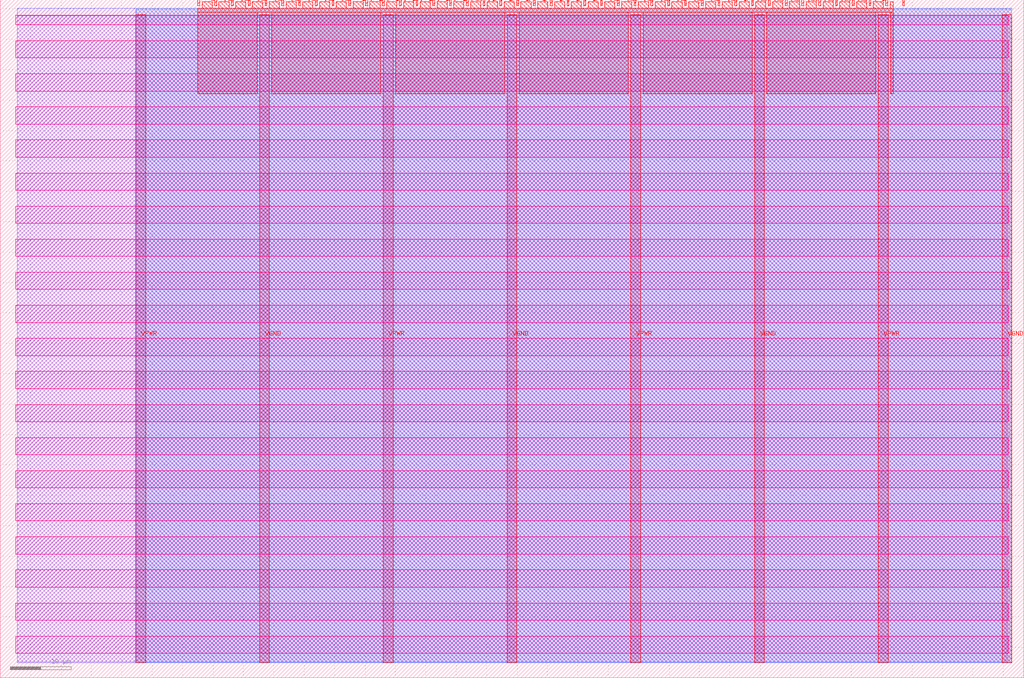
<source format=lef>
VERSION 5.7 ;
  NOWIREEXTENSIONATPIN ON ;
  DIVIDERCHAR "/" ;
  BUSBITCHARS "[]" ;
MACRO tt_um_hls_lfi_dup
  CLASS BLOCK ;
  FOREIGN tt_um_hls_lfi_dup ;
  ORIGIN 0.000 0.000 ;
  SIZE 168.360 BY 111.520 ;
  PIN VGND
    DIRECTION INOUT ;
    USE GROUND ;
    PORT
      LAYER met4 ;
        RECT 42.670 2.480 44.270 109.040 ;
    END
    PORT
      LAYER met4 ;
        RECT 83.380 2.480 84.980 109.040 ;
    END
    PORT
      LAYER met4 ;
        RECT 124.090 2.480 125.690 109.040 ;
    END
    PORT
      LAYER met4 ;
        RECT 164.800 2.480 166.400 109.040 ;
    END
  END VGND
  PIN VPWR
    DIRECTION INOUT ;
    USE POWER ;
    PORT
      LAYER met4 ;
        RECT 22.315 2.480 23.915 109.040 ;
    END
    PORT
      LAYER met4 ;
        RECT 63.025 2.480 64.625 109.040 ;
    END
    PORT
      LAYER met4 ;
        RECT 103.735 2.480 105.335 109.040 ;
    END
    PORT
      LAYER met4 ;
        RECT 144.445 2.480 146.045 109.040 ;
    END
  END VPWR
  PIN clk
    DIRECTION INPUT ;
    USE SIGNAL ;
    ANTENNAGATEAREA 0.852000 ;
    PORT
      LAYER met4 ;
        RECT 145.670 110.520 145.970 111.520 ;
    END
  END clk
  PIN ena
    DIRECTION INPUT ;
    USE SIGNAL ;
    PORT
      LAYER met4 ;
        RECT 148.430 110.520 148.730 111.520 ;
    END
  END ena
  PIN rst_n
    DIRECTION INPUT ;
    USE SIGNAL ;
    ANTENNAGATEAREA 0.213000 ;
    PORT
      LAYER met4 ;
        RECT 142.910 110.520 143.210 111.520 ;
    END
  END rst_n
  PIN ui_in[0]
    DIRECTION INPUT ;
    USE SIGNAL ;
    ANTENNAGATEAREA 0.196500 ;
    PORT
      LAYER met4 ;
        RECT 140.150 110.520 140.450 111.520 ;
    END
  END ui_in[0]
  PIN ui_in[1]
    DIRECTION INPUT ;
    USE SIGNAL ;
    ANTENNAGATEAREA 0.196500 ;
    PORT
      LAYER met4 ;
        RECT 137.390 110.520 137.690 111.520 ;
    END
  END ui_in[1]
  PIN ui_in[2]
    DIRECTION INPUT ;
    USE SIGNAL ;
    ANTENNAGATEAREA 0.196500 ;
    PORT
      LAYER met4 ;
        RECT 134.630 110.520 134.930 111.520 ;
    END
  END ui_in[2]
  PIN ui_in[3]
    DIRECTION INPUT ;
    USE SIGNAL ;
    ANTENNAGATEAREA 0.196500 ;
    PORT
      LAYER met4 ;
        RECT 131.870 110.520 132.170 111.520 ;
    END
  END ui_in[3]
  PIN ui_in[4]
    DIRECTION INPUT ;
    USE SIGNAL ;
    ANTENNAGATEAREA 0.196500 ;
    PORT
      LAYER met4 ;
        RECT 129.110 110.520 129.410 111.520 ;
    END
  END ui_in[4]
  PIN ui_in[5]
    DIRECTION INPUT ;
    USE SIGNAL ;
    ANTENNAGATEAREA 0.196500 ;
    PORT
      LAYER met4 ;
        RECT 126.350 110.520 126.650 111.520 ;
    END
  END ui_in[5]
  PIN ui_in[6]
    DIRECTION INPUT ;
    USE SIGNAL ;
    ANTENNAGATEAREA 0.196500 ;
    PORT
      LAYER met4 ;
        RECT 123.590 110.520 123.890 111.520 ;
    END
  END ui_in[6]
  PIN ui_in[7]
    DIRECTION INPUT ;
    USE SIGNAL ;
    ANTENNAGATEAREA 0.196500 ;
    PORT
      LAYER met4 ;
        RECT 120.830 110.520 121.130 111.520 ;
    END
  END ui_in[7]
  PIN uio_in[0]
    DIRECTION INPUT ;
    USE SIGNAL ;
    PORT
      LAYER met4 ;
        RECT 118.070 110.520 118.370 111.520 ;
    END
  END uio_in[0]
  PIN uio_in[1]
    DIRECTION INPUT ;
    USE SIGNAL ;
    PORT
      LAYER met4 ;
        RECT 115.310 110.520 115.610 111.520 ;
    END
  END uio_in[1]
  PIN uio_in[2]
    DIRECTION INPUT ;
    USE SIGNAL ;
    PORT
      LAYER met4 ;
        RECT 112.550 110.520 112.850 111.520 ;
    END
  END uio_in[2]
  PIN uio_in[3]
    DIRECTION INPUT ;
    USE SIGNAL ;
    PORT
      LAYER met4 ;
        RECT 109.790 110.520 110.090 111.520 ;
    END
  END uio_in[3]
  PIN uio_in[4]
    DIRECTION INPUT ;
    USE SIGNAL ;
    PORT
      LAYER met4 ;
        RECT 107.030 110.520 107.330 111.520 ;
    END
  END uio_in[4]
  PIN uio_in[5]
    DIRECTION INPUT ;
    USE SIGNAL ;
    PORT
      LAYER met4 ;
        RECT 104.270 110.520 104.570 111.520 ;
    END
  END uio_in[5]
  PIN uio_in[6]
    DIRECTION INPUT ;
    USE SIGNAL ;
    PORT
      LAYER met4 ;
        RECT 101.510 110.520 101.810 111.520 ;
    END
  END uio_in[6]
  PIN uio_in[7]
    DIRECTION INPUT ;
    USE SIGNAL ;
    PORT
      LAYER met4 ;
        RECT 98.750 110.520 99.050 111.520 ;
    END
  END uio_in[7]
  PIN uio_oe[0]
    DIRECTION OUTPUT TRISTATE ;
    USE SIGNAL ;
    PORT
      LAYER met4 ;
        RECT 51.830 110.520 52.130 111.520 ;
    END
  END uio_oe[0]
  PIN uio_oe[1]
    DIRECTION OUTPUT TRISTATE ;
    USE SIGNAL ;
    PORT
      LAYER met4 ;
        RECT 49.070 110.520 49.370 111.520 ;
    END
  END uio_oe[1]
  PIN uio_oe[2]
    DIRECTION OUTPUT TRISTATE ;
    USE SIGNAL ;
    PORT
      LAYER met4 ;
        RECT 46.310 110.520 46.610 111.520 ;
    END
  END uio_oe[2]
  PIN uio_oe[3]
    DIRECTION OUTPUT TRISTATE ;
    USE SIGNAL ;
    PORT
      LAYER met4 ;
        RECT 43.550 110.520 43.850 111.520 ;
    END
  END uio_oe[3]
  PIN uio_oe[4]
    DIRECTION OUTPUT TRISTATE ;
    USE SIGNAL ;
    PORT
      LAYER met4 ;
        RECT 40.790 110.520 41.090 111.520 ;
    END
  END uio_oe[4]
  PIN uio_oe[5]
    DIRECTION OUTPUT TRISTATE ;
    USE SIGNAL ;
    PORT
      LAYER met4 ;
        RECT 38.030 110.520 38.330 111.520 ;
    END
  END uio_oe[5]
  PIN uio_oe[6]
    DIRECTION OUTPUT TRISTATE ;
    USE SIGNAL ;
    PORT
      LAYER met4 ;
        RECT 35.270 110.520 35.570 111.520 ;
    END
  END uio_oe[6]
  PIN uio_oe[7]
    DIRECTION OUTPUT TRISTATE ;
    USE SIGNAL ;
    PORT
      LAYER met4 ;
        RECT 32.510 110.520 32.810 111.520 ;
    END
  END uio_oe[7]
  PIN uio_out[0]
    DIRECTION OUTPUT TRISTATE ;
    USE SIGNAL ;
    PORT
      LAYER met4 ;
        RECT 73.910 110.520 74.210 111.520 ;
    END
  END uio_out[0]
  PIN uio_out[1]
    DIRECTION OUTPUT TRISTATE ;
    USE SIGNAL ;
    PORT
      LAYER met4 ;
        RECT 71.150 110.520 71.450 111.520 ;
    END
  END uio_out[1]
  PIN uio_out[2]
    DIRECTION OUTPUT TRISTATE ;
    USE SIGNAL ;
    PORT
      LAYER met4 ;
        RECT 68.390 110.520 68.690 111.520 ;
    END
  END uio_out[2]
  PIN uio_out[3]
    DIRECTION OUTPUT TRISTATE ;
    USE SIGNAL ;
    PORT
      LAYER met4 ;
        RECT 65.630 110.520 65.930 111.520 ;
    END
  END uio_out[3]
  PIN uio_out[4]
    DIRECTION OUTPUT TRISTATE ;
    USE SIGNAL ;
    PORT
      LAYER met4 ;
        RECT 62.870 110.520 63.170 111.520 ;
    END
  END uio_out[4]
  PIN uio_out[5]
    DIRECTION OUTPUT TRISTATE ;
    USE SIGNAL ;
    PORT
      LAYER met4 ;
        RECT 60.110 110.520 60.410 111.520 ;
    END
  END uio_out[5]
  PIN uio_out[6]
    DIRECTION OUTPUT TRISTATE ;
    USE SIGNAL ;
    PORT
      LAYER met4 ;
        RECT 57.350 110.520 57.650 111.520 ;
    END
  END uio_out[6]
  PIN uio_out[7]
    DIRECTION OUTPUT TRISTATE ;
    USE SIGNAL ;
    ANTENNADIFFAREA 0.795200 ;
    PORT
      LAYER met4 ;
        RECT 54.590 110.520 54.890 111.520 ;
    END
  END uio_out[7]
  PIN uo_out[0]
    DIRECTION OUTPUT TRISTATE ;
    USE SIGNAL ;
    ANTENNAGATEAREA 0.126000 ;
    ANTENNADIFFAREA 0.795200 ;
    PORT
      LAYER met4 ;
        RECT 95.990 110.520 96.290 111.520 ;
    END
  END uo_out[0]
  PIN uo_out[1]
    DIRECTION OUTPUT TRISTATE ;
    USE SIGNAL ;
    ANTENNADIFFAREA 0.445500 ;
    PORT
      LAYER met4 ;
        RECT 93.230 110.520 93.530 111.520 ;
    END
  END uo_out[1]
  PIN uo_out[2]
    DIRECTION OUTPUT TRISTATE ;
    USE SIGNAL ;
    ANTENNADIFFAREA 0.445500 ;
    PORT
      LAYER met4 ;
        RECT 90.470 110.520 90.770 111.520 ;
    END
  END uo_out[2]
  PIN uo_out[3]
    DIRECTION OUTPUT TRISTATE ;
    USE SIGNAL ;
    ANTENNADIFFAREA 0.795200 ;
    PORT
      LAYER met4 ;
        RECT 87.710 110.520 88.010 111.520 ;
    END
  END uo_out[3]
  PIN uo_out[4]
    DIRECTION OUTPUT TRISTATE ;
    USE SIGNAL ;
    ANTENNAGATEAREA 0.126000 ;
    ANTENNADIFFAREA 1.288000 ;
    PORT
      LAYER met4 ;
        RECT 84.950 110.520 85.250 111.520 ;
    END
  END uo_out[4]
  PIN uo_out[5]
    DIRECTION OUTPUT TRISTATE ;
    USE SIGNAL ;
    ANTENNAGATEAREA 0.126000 ;
    ANTENNADIFFAREA 0.891000 ;
    PORT
      LAYER met4 ;
        RECT 82.190 110.520 82.490 111.520 ;
    END
  END uo_out[5]
  PIN uo_out[6]
    DIRECTION OUTPUT TRISTATE ;
    USE SIGNAL ;
    ANTENNADIFFAREA 0.445500 ;
    PORT
      LAYER met4 ;
        RECT 79.430 110.520 79.730 111.520 ;
    END
  END uo_out[6]
  PIN uo_out[7]
    DIRECTION OUTPUT TRISTATE ;
    USE SIGNAL ;
    ANTENNADIFFAREA 0.795200 ;
    PORT
      LAYER met4 ;
        RECT 76.670 110.520 76.970 111.520 ;
    END
  END uo_out[7]
  OBS
      LAYER nwell ;
        RECT 2.570 107.385 165.790 108.990 ;
        RECT 2.570 101.945 165.790 104.775 ;
        RECT 2.570 96.505 165.790 99.335 ;
        RECT 2.570 91.065 165.790 93.895 ;
        RECT 2.570 85.625 165.790 88.455 ;
        RECT 2.570 80.185 165.790 83.015 ;
        RECT 2.570 74.745 165.790 77.575 ;
        RECT 2.570 69.305 165.790 72.135 ;
        RECT 2.570 63.865 165.790 66.695 ;
        RECT 2.570 58.425 165.790 61.255 ;
        RECT 2.570 52.985 165.790 55.815 ;
        RECT 2.570 47.545 165.790 50.375 ;
        RECT 2.570 42.105 165.790 44.935 ;
        RECT 2.570 36.665 165.790 39.495 ;
        RECT 2.570 31.225 165.790 34.055 ;
        RECT 2.570 25.785 165.790 28.615 ;
        RECT 2.570 20.345 165.790 23.175 ;
        RECT 2.570 14.905 165.790 17.735 ;
        RECT 2.570 9.465 165.790 12.295 ;
        RECT 2.570 4.025 165.790 6.855 ;
      LAYER li1 ;
        RECT 2.760 2.635 165.600 108.885 ;
      LAYER met1 ;
        RECT 2.760 2.480 166.400 110.120 ;
      LAYER met2 ;
        RECT 22.345 2.535 166.370 110.150 ;
      LAYER met3 ;
        RECT 22.325 2.555 166.390 109.985 ;
      LAYER met4 ;
        RECT 33.210 110.120 34.870 111.170 ;
        RECT 35.970 110.120 37.630 111.170 ;
        RECT 38.730 110.120 40.390 111.170 ;
        RECT 41.490 110.120 43.150 111.170 ;
        RECT 44.250 110.120 45.910 111.170 ;
        RECT 47.010 110.120 48.670 111.170 ;
        RECT 49.770 110.120 51.430 111.170 ;
        RECT 52.530 110.120 54.190 111.170 ;
        RECT 55.290 110.120 56.950 111.170 ;
        RECT 58.050 110.120 59.710 111.170 ;
        RECT 60.810 110.120 62.470 111.170 ;
        RECT 63.570 110.120 65.230 111.170 ;
        RECT 66.330 110.120 67.990 111.170 ;
        RECT 69.090 110.120 70.750 111.170 ;
        RECT 71.850 110.120 73.510 111.170 ;
        RECT 74.610 110.120 76.270 111.170 ;
        RECT 77.370 110.120 79.030 111.170 ;
        RECT 80.130 110.120 81.790 111.170 ;
        RECT 82.890 110.120 84.550 111.170 ;
        RECT 85.650 110.120 87.310 111.170 ;
        RECT 88.410 110.120 90.070 111.170 ;
        RECT 91.170 110.120 92.830 111.170 ;
        RECT 93.930 110.120 95.590 111.170 ;
        RECT 96.690 110.120 98.350 111.170 ;
        RECT 99.450 110.120 101.110 111.170 ;
        RECT 102.210 110.120 103.870 111.170 ;
        RECT 104.970 110.120 106.630 111.170 ;
        RECT 107.730 110.120 109.390 111.170 ;
        RECT 110.490 110.120 112.150 111.170 ;
        RECT 113.250 110.120 114.910 111.170 ;
        RECT 116.010 110.120 117.670 111.170 ;
        RECT 118.770 110.120 120.430 111.170 ;
        RECT 121.530 110.120 123.190 111.170 ;
        RECT 124.290 110.120 125.950 111.170 ;
        RECT 127.050 110.120 128.710 111.170 ;
        RECT 129.810 110.120 131.470 111.170 ;
        RECT 132.570 110.120 134.230 111.170 ;
        RECT 135.330 110.120 136.990 111.170 ;
        RECT 138.090 110.120 139.750 111.170 ;
        RECT 140.850 110.120 142.510 111.170 ;
        RECT 143.610 110.120 145.270 111.170 ;
        RECT 146.370 110.120 146.905 111.170 ;
        RECT 32.495 109.440 146.905 110.120 ;
        RECT 32.495 96.055 42.270 109.440 ;
        RECT 44.670 96.055 62.625 109.440 ;
        RECT 65.025 96.055 82.980 109.440 ;
        RECT 85.380 96.055 103.335 109.440 ;
        RECT 105.735 96.055 123.690 109.440 ;
        RECT 126.090 96.055 144.045 109.440 ;
        RECT 146.445 96.055 146.905 109.440 ;
  END
END tt_um_hls_lfi_dup
END LIBRARY


</source>
